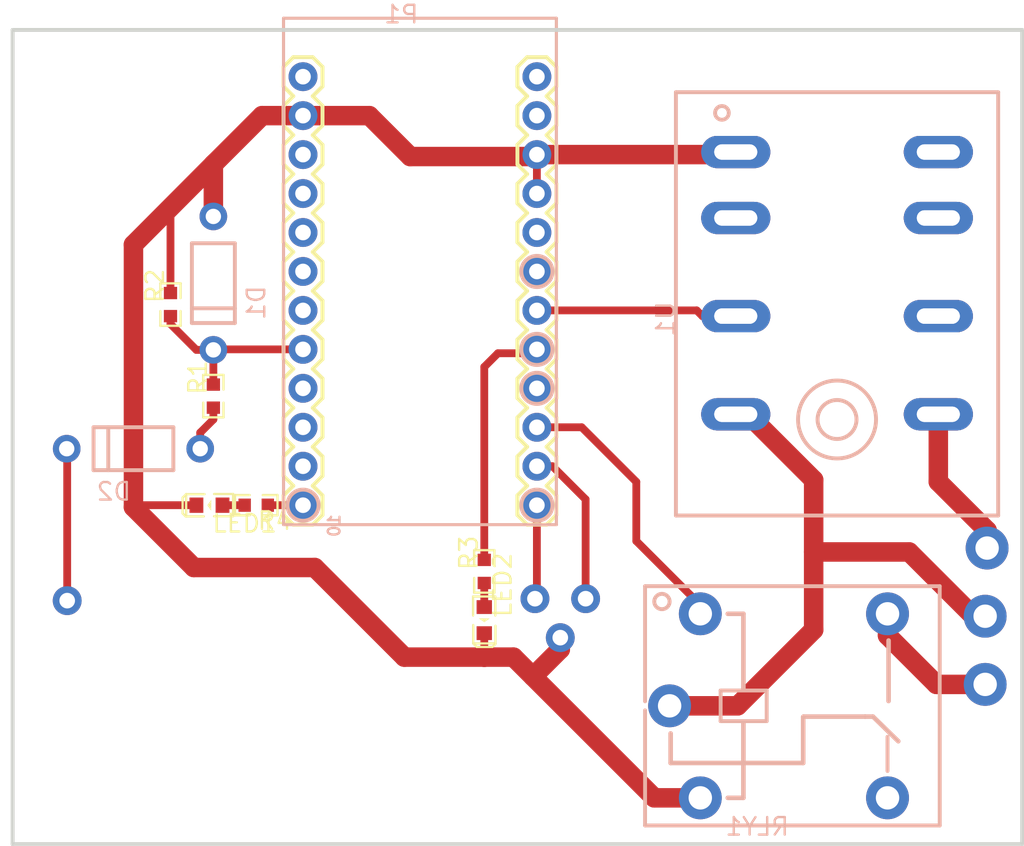
<source format=kicad_pcb>
(kicad_pcb (version 20221018) (generator pcbnew)
  (layers (0 "F.Cu" signal) (31 "B.Cu" signal) (34 "B.Paste" user) (35 "F.Paste" user) (36 "B.SilkS" user "B.Silkscreen") (37 "F.SilkS" user "F.Silkscreen") (38 "B.Mask" user) (39 "F.Mask" user) (44 "Edge.Cuts" user))
  (net 0 "")
  (net 1 "L")
  (net 2 "U1_3")
  (net 3 "GND")
  (net 4 "D2_2")
  (net 5 "D1_1")
  (net 6 "RLY1_1")
  (net 7 "R4_1")
  (net 8 "R")
  (net 9 "N")
  (net 10 "CHARGERLIVE")
  (net 11 "LED1_1")
  (net 12 "R3_2")
  (net 13 "LED2_1")
  (net 14 "+12V")
  (net 15 "G")
  (net 16 "+5V")
  (footprint "AutoGenerated:Pad_2.10mm" (layer "F.Cu") (at 77.728 33.519)
    (fp_text reference "" (at 0 0) (layer "F.SilkS") (effects (font (size 1.27 1.27))))
    (fp_text value "" (at 0 0) (layer "F.SilkS") (effects (font (size 1.27 1.27))))
    (pad "5" thru_hole oval (at 0 0 90) (size 2.1 4.5) (drill oval 1 2.8) (layers "*.Cu" "*.Paste" "*.Mask") (net 2 "U1_3"))
  )
  (footprint "easyeda:LED0603_RED" (layer "F.Cu") (at 61.341 53.34 -90)
    (fp_text reference "LED2" (at -0.1 -1.192 -90) (layer "F.SilkS") (effects (font (size 1.143 1.143) (thickness 0.152)) (justify left)))
    (fp_text value "LED-0603_R" hide)
    (fp_line (start -1.54 -0.72) (end -0.3 -0.72) (stroke (width 0.15)) (layer "F.SilkS"))
    (fp_line (start -1.54 0.73) (end -1.54 -0.72) (stroke (width 0.15)) (layer "F.SilkS"))
    (fp_line (start -0.3 0.73) (end -1.54 0.73) (stroke (width 0.15)) (layer "F.SilkS"))
    (fp_line (start 0.37 -0.73) (end 1.52 -0.73) (stroke (width 0.15)) (layer "F.SilkS"))
    (fp_line (start 1.52 -0.73) (end 1.52 0.72) (stroke (width 0.15)) (layer "F.SilkS"))
    (fp_line (start 1.52 -0.73) (end 1.55 -0.73) (stroke (width 0.15)) (layer "F.SilkS"))
    (fp_line (start 1.52 0.72) (end 0.32 0.72) (stroke (width 0.15)) (layer "F.SilkS"))
    (fp_line (start 1.55 -0.73) (end 1.75 -0.53) (stroke (width 0.15)) (layer "F.SilkS"))
    (fp_line (start 1.72 0.52) (end 1.52 0.72) (stroke (width 0.15)) (layer "F.SilkS"))
    (fp_line (start 1.75 -0.53) (end 1.75 0.49) (stroke (width 0.15)) (layer "F.SilkS"))
    (fp_line (start 1.75 0.49) (end 1.72 0.52) (stroke (width 0.15)) (layer "F.SilkS"))
    (fp_poly (pts (xy -0.11 -0.36) (xy -0.12 0.36) (xy 0.14 0)) (fill solid) (layer "F.SilkS"))
    (pad "1" smd rect (at -0.85 0 180) (size 1 0.9) (layers "F.Cu" "F.Paste" "F.Mask") (net 13 "LED2_1"))
    (pad "2" smd rect (at 0.85 0 180) (size 1 0.9) (layers "F.Cu" "F.Paste" "F.Mask") (net 3 "GND"))
  )
  (footprint "easyeda:DO-41_BD2.4-L4.7-P8.70-D0.9-RD" (layer "F.Cu") (at 43.688 31.369 -90)
    (fp_text reference "D1" (at 0.063 -2.794 -90) (layer "B.SilkS") (effects (font (size 1.143 1.143) (thickness 0.152)) (justify left mirror)))
    (fp_text value "5.1v" hide)
    (fp_line (start -2.6 -1.4) (end -2.6 1.4) (stroke (width 0.254)) (layer "B.SilkS"))
    (fp_line (start 1.641 -1.4) (end 1.641 1.4) (stroke (width 0.254)) (layer "B.SilkS"))
    (fp_line (start 2.6 -1.4) (end -2.6 -1.4) (stroke (width 0.254)) (layer "B.SilkS"))
    (fp_line (start 2.6 -1.4) (end 2.6 1.4) (stroke (width 0.254)) (layer "B.SilkS"))
    (fp_line (start 2.6 1.4) (end -2.6 1.4) (stroke (width 0.254)) (layer "B.SilkS"))
    (pad "1" thru_hole circle (at 4.35 0 270) (size 1.8 1.8) (drill 1) (layers "*.Cu" "*.Paste" "*.Mask") (net 5 "D1_1"))
    (pad "2" thru_hole circle (at -4.35 0 270) (size 1.8 1.8) (drill 1) (layers "*.Cu" "*.Paste" "*.Mask") (net 3 "GND"))
  )
  (footprint "easyeda:LED0603_RED" (layer "F.Cu") (at 43.434 45.847 180)
    (fp_text reference "LED1" (at -0.1 -1.192 180) (layer "F.SilkS") (effects (font (size 1.143 1.143) (thickness 0.152)) (justify left)))
    (fp_text value "LED-0603_R" hide)
    (fp_line (start -1.54 -0.72) (end -0.3 -0.72) (stroke (width 0.15)) (layer "F.SilkS"))
    (fp_line (start -1.54 0.73) (end -1.54 -0.72) (stroke (width 0.15)) (layer "F.SilkS"))
    (fp_line (start -0.3 0.73) (end -1.54 0.73) (stroke (width 0.15)) (layer "F.SilkS"))
    (fp_line (start 0.37 -0.73) (end 1.52 -0.73) (stroke (width 0.15)) (layer "F.SilkS"))
    (fp_line (start 1.52 -0.73) (end 1.52 0.72) (stroke (width 0.15)) (layer "F.SilkS"))
    (fp_line (start 1.52 -0.73) (end 1.55 -0.73) (stroke (width 0.15)) (layer "F.SilkS"))
    (fp_line (start 1.52 0.72) (end 0.32 0.72) (stroke (width 0.15)) (layer "F.SilkS"))
    (fp_line (start 1.55 -0.73) (end 1.75 -0.53) (stroke (width 0.15)) (layer "F.SilkS"))
    (fp_line (start 1.72 0.52) (end 1.52 0.72) (stroke (width 0.15)) (layer "F.SilkS"))
    (fp_line (start 1.75 -0.53) (end 1.75 0.49) (stroke (width 0.15)) (layer "F.SilkS"))
    (fp_line (start 1.75 0.49) (end 1.72 0.52) (stroke (width 0.15)) (layer "F.SilkS"))
    (fp_poly (pts (xy -0.11 -0.36) (xy -0.12 0.36) (xy 0.14 0)) (fill solid) (layer "F.SilkS"))
    (pad "1" smd rect (at -0.85 0 90) (size 1 0.9) (layers "F.Cu" "F.Paste" "F.Mask") (net 11 "LED1_1"))
    (pad "2" smd rect (at 0.85 0 90) (size 1 0.9) (layers "F.Cu" "F.Paste" "F.Mask") (net 3 "GND"))
  )
  (footprint "easyeda:PRO MICRO - 5V" (layer "F.Cu") (at 57.15 31.877)
    (fp_text reference "P1" (at 0 -18.034) (layer "B.SilkS") (effects (font (size 1.143 1.143) (thickness 0.152)) (justify left mirror)))
    (fp_text value "10" (at -5.588 14.478 90) (layer "B.SilkS") (effects (font (size 0.762 0.762) (thickness 0.152)) (justify left mirror)))
    (fp_line (start -8.89 -17.78) (end 8.89 -17.78) (stroke (width 0.203)) (layer "B.SilkS"))
    (fp_line (start -8.89 15.24) (end -8.89 -17.78) (stroke (width 0.203)) (layer "B.SilkS"))
    (fp_line (start 8.89 -17.78) (end 8.89 15.24) (stroke (width 0.203)) (layer "B.SilkS"))
    (fp_line (start 8.89 15.24) (end -8.89 15.24) (stroke (width 0.203)) (layer "B.SilkS"))
    (fp_circle (center -7.62 13.97) (end -6.604 13.97) (stroke (width 0.254)) (fill none) (layer "B.SilkS"))
    (fp_circle (center 7.62 -1.27) (end 8.636 -1.27) (stroke (width 0.254)) (fill none) (layer "B.SilkS"))
    (fp_circle (center 7.62 3.81) (end 8.636 3.81) (stroke (width 0.254)) (fill none) (layer "B.SilkS"))
    (fp_circle (center 7.62 6.35) (end 8.636 6.35) (stroke (width 0.254)) (fill none) (layer "B.SilkS"))
    (fp_circle (center 7.62 13.97) (end 8.636 13.97) (stroke (width 0.254)) (fill none) (layer "B.SilkS"))
    (fp_line (start -8.89 -14.605) (end -8.255 -15.24) (stroke (width 0.254)) (layer "F.SilkS"))
    (fp_line (start -8.89 -13.335) (end -8.89 -14.605) (stroke (width 0.254)) (layer "F.SilkS"))
    (fp_line (start -8.89 -12.065) (end -8.255 -12.7) (stroke (width 0.254)) (layer "F.SilkS"))
    (fp_line (start -8.89 -10.795) (end -8.89 -12.065) (stroke (width 0.254)) (layer "F.SilkS"))
    (fp_line (start -8.89 -9.525) (end -8.255 -10.16) (stroke (width 0.254)) (layer "F.SilkS"))
    (fp_line (start -8.89 -8.255) (end -8.89 -9.525) (stroke (width 0.254)) (layer "F.SilkS"))
    (fp_line (start -8.89 -6.985) (end -8.255 -7.62) (stroke (width 0.254)) (layer "F.SilkS"))
    (fp_line (start -8.89 -5.715) (end -8.89 -6.985) (stroke (width 0.254)) (layer "F.SilkS"))
    (fp_line (start -8.89 -4.445) (end -8.255 -5.08) (stroke (width 0.254)) (layer "F.SilkS"))
    (fp_line (start -8.89 -3.175) (end -8.89 -4.445) (stroke (width 0.254)) (layer "F.SilkS"))
    (fp_line (start -8.89 -1.905) (end -8.255 -2.54) (stroke (width 0.254)) (layer "F.SilkS"))
    (fp_line (start -8.89 -0.635) (end -8.89 -1.905) (stroke (width 0.254)) (layer "F.SilkS"))
    (fp_line (start -8.89 0.635) (end -8.255 0) (stroke (width 0.254)) (layer "F.SilkS"))
    (fp_line (start -8.89 1.905) (end -8.89 0.635) (stroke (width 0.254)) (layer "F.SilkS"))
    (fp_line (start -8.89 3.175) (end -8.255 2.54) (stroke (width 0.254)) (layer "F.SilkS"))
    (fp_line (start -8.89 4.445) (end -8.89 3.175) (stroke (width 0.254)) (layer "F.SilkS"))
    (fp_line (start -8.89 5.715) (end -8.255 5.08) (stroke (width 0.254)) (layer "F.SilkS"))
    (fp_line (start -8.89 6.985) (end -8.89 5.715) (stroke (width 0.254)) (layer "F.SilkS"))
    (fp_line (start -8.89 8.255) (end -8.255 7.62) (stroke (width 0.254)) (layer "F.SilkS"))
    (fp_line (start -8.89 9.525) (end -8.89 8.255) (stroke (width 0.254)) (layer "F.SilkS"))
    (fp_line (start -8.89 10.795) (end -8.255 10.16) (stroke (width 0.254)) (layer "F.SilkS"))
    (fp_line (start -8.89 12.065) (end -8.89 10.795) (stroke (width 0.254)) (layer "F.SilkS"))
    (fp_line (start -8.89 13.335) (end -8.255 12.7) (stroke (width 0.254)) (layer "F.SilkS"))
    (fp_line (start -8.89 14.605) (end -8.89 13.335) (stroke (width 0.254)) (layer "F.SilkS"))
    (fp_line (start -8.255 -15.24) (end -6.985 -15.24) (stroke (width 0.254)) (layer "F.SilkS"))
    (fp_line (start -8.255 -12.7) (end -8.89 -13.335) (stroke (width 0.254)) (layer "F.SilkS"))
    (fp_line (start -8.255 -10.16) (end -8.89 -10.795) (stroke (width 0.254)) (layer "F.SilkS"))
    (fp_line (start -8.255 -7.62) (end -8.89 -8.255) (stroke (width 0.254)) (layer "F.SilkS"))
    (fp_line (start -8.255 -5.08) (end -8.89 -5.715) (stroke (width 0.254)) (layer "F.SilkS"))
    (fp_line (start -8.255 -2.54) (end -8.89 -3.175) (stroke (width 0.254)) (layer "F.SilkS"))
    (fp_line (start -8.255 0) (end -8.89 -0.635) (stroke (width 0.254)) (layer "F.SilkS"))
    (fp_line (start -8.255 2.54) (end -8.89 1.905) (stroke (width 0.254)) (layer "F.SilkS"))
    (fp_line (start -8.255 5.08) (end -8.89 4.445) (stroke (width 0.254)) (layer "F.SilkS"))
    (fp_line (start -8.255 7.62) (end -8.89 6.985) (stroke (width 0.254)) (layer "F.SilkS"))
    (fp_line (start -8.255 10.16) (end -8.89 9.525) (stroke (width 0.254)) (layer "F.SilkS"))
    (fp_line (start -8.255 12.7) (end -8.89 12.065) (stroke (width 0.254)) (layer "F.SilkS"))
    (fp_line (start -8.255 15.24) (end -8.89 14.605) (stroke (width 0.254)) (layer "F.SilkS"))
    (fp_line (start -6.985 -15.24) (end -6.35 -14.605) (stroke (width 0.254)) (layer "F.SilkS"))
    (fp_line (start -6.985 -12.7) (end -6.35 -12.065) (stroke (width 0.254)) (layer "F.SilkS"))
    (fp_line (start -6.985 -10.16) (end -6.35 -9.525) (stroke (width 0.254)) (layer "F.SilkS"))
    (fp_line (start -6.985 -7.62) (end -6.35 -6.985) (stroke (width 0.254)) (layer "F.SilkS"))
    (fp_line (start -6.985 -5.08) (end -6.35 -4.445) (stroke (width 0.254)) (layer "F.SilkS"))
    (fp_line (start -6.985 -2.54) (end -6.35 -1.905) (stroke (width 0.254)) (layer "F.SilkS"))
    (fp_line (start -6.985 0) (end -6.35 0.635) (stroke (width 0.254)) (layer "F.SilkS"))
    (fp_line (start -6.985 2.54) (end -6.35 3.175) (stroke (width 0.254)) (layer "F.SilkS"))
    (fp_line (start -6.985 5.08) (end -6.35 5.715) (stroke (width 0.254)) (layer "F.SilkS"))
    (fp_line (start -6.985 7.62) (end -6.35 8.255) (stroke (width 0.254)) (layer "F.SilkS"))
    (fp_line (start -6.985 10.16) (end -6.35 10.795) (stroke (width 0.254)) (layer "F.SilkS"))
    (fp_line (start -6.985 12.7) (end -6.35 13.335) (stroke (width 0.254)) (layer "F.SilkS"))
    (fp_line (start -6.985 15.24) (end -8.255 15.24) (stroke (width 0.254)) (layer "F.SilkS"))
    (fp_line (start -6.35 -14.605) (end -6.35 -13.335) (stroke (width 0.254)) (layer "F.SilkS"))
    (fp_line (start -6.35 -13.335) (end -6.985 -12.7) (stroke (width 0.254)) (layer "F.SilkS"))
    (fp_line (start -6.35 -12.065) (end -6.35 -10.795) (stroke (width 0.254)) (layer "F.SilkS"))
    (fp_line (start -6.35 -10.795) (end -6.985 -10.16) (stroke (width 0.254)) (layer "F.SilkS"))
    (fp_line (start -6.35 -9.525) (end -6.35 -8.255) (stroke (width 0.254)) (layer "F.SilkS"))
    (fp_line (start -6.35 -8.255) (end -6.985 -7.62) (stroke (width 0.254)) (layer "F.SilkS"))
    (fp_line (start -6.35 -6.985) (end -6.35 -5.715) (stroke (width 0.254)) (layer "F.SilkS"))
    (fp_line (start -6.35 -5.715) (end -6.985 -5.08) (stroke (width 0.254)) (layer "F.SilkS"))
    (fp_line (start -6.35 -4.445) (end -6.35 -3.175) (stroke (width 0.254)) (layer "F.SilkS"))
    (fp_line (start -6.35 -3.175) (end -6.985 -2.54) (stroke (width 0.254)) (layer "F.SilkS"))
    (fp_line (start -6.35 -1.905) (end -6.35 -0.635) (stroke (width 0.254)) (layer "F.SilkS"))
    (fp_line (start -6.35 -0.635) (end -6.985 0) (stroke (width 0.254)) (layer "F.SilkS"))
    (fp_line (start -6.35 0.635) (end -6.35 1.905) (stroke (width 0.254)) (layer "F.SilkS"))
    (fp_line (start -6.35 1.905) (end -6.985 2.54) (stroke (width 0.254)) (layer "F.SilkS"))
    (fp_line (start -6.35 3.175) (end -6.35 4.445) (stroke (width 0.254)) (layer "F.SilkS"))
    (fp_line (start -6.35 4.445) (end -6.985 5.08) (stroke (width 0.254)) (layer "F.SilkS"))
    (fp_line (start -6.35 5.715) (end -6.35 6.985) (stroke (width 0.254)) (layer "F.SilkS"))
    (fp_line (start -6.35 6.985) (end -6.985 7.62) (stroke (width 0.254)) (layer "F.SilkS"))
    (fp_line (start -6.35 8.255) (end -6.35 9.525) (stroke (width 0.254)) (layer "F.SilkS"))
    (fp_line (start -6.35 9.525) (end -6.985 10.16) (stroke (width 0.254)) (layer "F.SilkS"))
    (fp_line (start -6.35 10.795) (end -6.35 12.065) (stroke (width 0.254)) (layer "F.SilkS"))
    (fp_line (start -6.35 12.065) (end -6.985 12.7) (stroke (width 0.254)) (layer "F.SilkS"))
    (fp_line (start -6.35 13.335) (end -6.35 14.605) (stroke (width 0.254)) (layer "F.SilkS"))
    (fp_line (start -6.35 14.605) (end -6.985 15.24) (stroke (width 0.254)) (layer "F.SilkS"))
    (fp_line (start 6.35 -14.605) (end 6.985 -15.24) (stroke (width 0.254)) (layer "F.SilkS"))
    (fp_line (start 6.35 -13.335) (end 6.35 -14.605) (stroke (width 0.254)) (layer "F.SilkS"))
    (fp_line (start 6.35 -12.065) (end 6.985 -12.7) (stroke (width 0.254)) (layer "F.SilkS"))
    (fp_line (start 6.35 -10.795) (end 6.35 -12.065) (stroke (width 0.254)) (layer "F.SilkS"))
    (fp_line (start 6.35 -9.525) (end 6.985 -10.16) (stroke (width 0.254)) (layer "F.SilkS"))
    (fp_line (start 6.35 -8.255) (end 6.35 -9.525) (stroke (width 0.254)) (layer "F.SilkS"))
    (fp_line (start 6.35 -6.985) (end 6.985 -7.62) (stroke (width 0.254)) (layer "F.SilkS"))
    (fp_line (start 6.35 -5.715) (end 6.35 -6.985) (stroke (width 0.254)) (layer "F.SilkS"))
    (fp_line (start 6.35 -4.445) (end 6.985 -5.08) (stroke (width 0.254)) (layer "F.SilkS"))
    (fp_line (start 6.35 -3.175) (end 6.35 -4.445) (stroke (width 0.254)) (layer "F.SilkS"))
    (fp_line (start 6.35 -1.905) (end 6.985 -2.54) (stroke (width 0.254)) (layer "F.SilkS"))
    (fp_line (start 6.35 -0.635) (end 6.35 -1.905) (stroke (width 0.254)) (layer "F.SilkS"))
    (fp_line (start 6.35 0.635) (end 6.985 0) (stroke (width 0.254)) (layer "F.SilkS"))
    (fp_line (start 6.35 1.905) (end 6.35 0.635) (stroke (width 0.254)) (layer "F.SilkS"))
    (fp_line (start 6.35 3.175) (end 6.985 2.54) (stroke (width 0.254)) (layer "F.SilkS"))
    (fp_line (start 6.35 4.445) (end 6.35 3.175) (stroke (width 0.254)) (layer "F.SilkS"))
    (fp_line (start 6.35 5.715) (end 6.985 5.08) (stroke (width 0.254)) (layer "F.SilkS"))
    (fp_line (start 6.35 6.985) (end 6.35 5.715) (stroke (width 0.254)) (layer "F.SilkS"))
    (fp_line (start 6.35 8.255) (end 6.985 7.62) (stroke (width 0.254)) (layer "F.SilkS"))
    (fp_line (start 6.35 9.525) (end 6.35 8.255) (stroke (width 0.254)) (layer "F.SilkS"))
    (fp_line (start 6.35 10.795) (end 6.985 10.16) (stroke (width 0.254)) (layer "F.SilkS"))
    (fp_line (start 6.35 12.065) (end 6.35 10.795) (stroke (width 0.254)) (layer "F.SilkS"))
    (fp_line (start 6.35 13.335) (end 6.985 12.7) (stroke (width 0.254)) (layer "F.SilkS"))
    (fp_line (start 6.35 14.605) (end 6.35 13.335) (stroke (width 0.254)) (layer "F.SilkS"))
    (fp_line (start 6.985 -15.24) (end 8.255 -15.24) (stroke (width 0.254)) (layer "F.SilkS"))
    (fp_line (start 6.985 -12.7) (end 6.35 -13.335) (stroke (width 0.254)) (layer "F.SilkS"))
    (fp_line (start 6.985 -10.16) (end 6.35 -10.795) (stroke (width 0.254)) (layer "F.SilkS"))
    (fp_line (start 6.985 -7.62) (end 6.35 -8.255) (stroke (width 0.254)) (layer "F.SilkS"))
    (fp_line (start 6.985 -5.08) (end 6.35 -5.715) (stroke (width 0.254)) (layer "F.SilkS"))
    (fp_line (start 6.985 -2.54) (end 6.35 -3.175) (stroke (width 0.254)) (layer "F.SilkS"))
    (fp_line (start 6.985 0) (end 6.35 -0.635) (stroke (width 0.254)) (layer "F.SilkS"))
    (fp_line (start 6.985 2.54) (end 6.35 1.905) (stroke (width 0.254)) (layer "F.SilkS"))
    (fp_line (start 6.985 5.08) (end 6.35 4.445) (stroke (width 0.254)) (layer "F.SilkS"))
    (fp_line (start 6.985 7.62) (end 6.35 6.985) (stroke (width 0.254)) (layer "F.SilkS"))
    (fp_line (start 6.985 10.16) (end 6.35 9.525) (stroke (width 0.254)) (layer "F.SilkS"))
    (fp_line (start 6.985 12.7) (end 6.35 12.065) (stroke (width 0.254)) (layer "F.SilkS"))
    (fp_line (start 6.985 15.24) (end 6.35 14.605) (stroke (width 0.254)) (layer "F.SilkS"))
    (fp_line (start 8.255 -15.24) (end 8.89 -14.605) (stroke (width 0.254)) (layer "F.SilkS"))
    (fp_line (start 8.255 -12.7) (end 8.89 -12.065) (stroke (width 0.254)) (layer "F.SilkS"))
    (fp_line (start 8.255 -10.16) (end 8.89 -9.525) (stroke (width 0.254)) (layer "F.SilkS"))
    (fp_line (start 8.255 -7.62) (end 8.89 -6.985) (stroke (width 0.254)) (layer "F.SilkS"))
    (fp_line (start 8.255 -5.08) (end 8.89 -4.445) (stroke (width 0.254)) (layer "F.SilkS"))
    (fp_line (start 8.255 -2.54) (end 8.89 -1.905) (stroke (width 0.254)) (layer "F.SilkS"))
    (fp_line (start 8.255 0) (end 8.89 0.635) (stroke (width 0.254)) (layer "F.SilkS"))
    (fp_line (start 8.255 2.54) (end 8.89 3.175) (stroke (width 0.254)) (layer "F.SilkS"))
    (fp_line (start 8.255 5.08) (end 8.89 5.715) (stroke (width 0.254)) (layer "F.SilkS"))
    (fp_line (start 8.255 7.62) (end 8.89 8.255) (stroke (width 0.254)) (layer "F.SilkS"))
    (fp_line (start 8.255 10.16) (end 8.89 10.795) (stroke (width 0.254)) (layer "F.SilkS"))
    (fp_line (start 8.255 12.7) (end 8.89 13.335) (stroke (width 0.254)) (layer "F.SilkS"))
    (fp_line (start 8.255 15.24) (end 6.985 15.24) (stroke (width 0.254)) (layer "F.SilkS"))
    (fp_line (start 8.89 -14.605) (end 8.89 -13.335) (stroke (width 0.254)) (layer "F.SilkS"))
    (fp_line (start 8.89 -13.335) (end 8.255 -12.7) (stroke (width 0.254)) (layer "F.SilkS"))
    (fp_line (start 8.89 -12.065) (end 8.89 -10.795) (stroke (width 0.254)) (layer "F.SilkS"))
    (fp_line (start 8.89 -10.795) (end 8.255 -10.16) (stroke (width 0.254)) (layer "F.SilkS"))
    (fp_line (start 8.89 -9.525) (end 8.89 -8.255) (stroke (width 0.254)) (layer "F.SilkS"))
    (fp_line (start 8.89 -8.255) (end 8.255 -7.62) (stroke (width 0.254)) (layer "F.SilkS"))
    (fp_line (start 8.89 -6.985) (end 8.89 -5.715) (stroke (width 0.254)) (layer "F.SilkS"))
    (fp_line (start 8.89 -5.715) (end 8.255 -5.08) (stroke (width 0.254)) (layer "F.SilkS"))
    (fp_line (start 8.89 -4.445) (end 8.89 -3.175) (stroke (width 0.254)) (layer "F.SilkS"))
    (fp_line (start 8.89 -3.175) (end 8.255 -2.54) (stroke (width 0.254)) (layer "F.SilkS"))
    (fp_line (start 8.89 -1.905) (end 8.89 -0.635) (stroke (width 0.254)) (layer "F.SilkS"))
    (fp_line (start 8.89 -0.635) (end 8.255 0) (stroke (width 0.254)) (layer "F.SilkS"))
    (fp_line (start 8.89 0.635) (end 8.89 1.905) (stroke (width 0.254)) (layer "F.SilkS"))
    (fp_line (start 8.89 1.905) (end 8.255 2.54) (stroke (width 0.254)) (layer "F.SilkS"))
    (fp_line (start 8.89 3.175) (end 8.89 4.445) (stroke (width 0.254)) (layer "F.SilkS"))
    (fp_line (start 8.89 4.445) (end 8.255 5.08) (stroke (width 0.254)) (layer "F.SilkS"))
    (fp_line (start 8.89 5.715) (end 8.89 6.985) (stroke (width 0.254)) (layer "F.SilkS"))
    (fp_line (start 8.89 6.985) (end 8.255 7.62) (stroke (width 0.254)) (layer "F.SilkS"))
    (fp_line (start 8.89 8.255) (end 8.89 9.525) (stroke (width 0.254)) (layer "F.SilkS"))
    (fp_line (start 8.89 9.525) (end 8.255 10.16) (stroke (width 0.254)) (layer "F.SilkS"))
    (fp_line (start 8.89 10.795) (end 8.89 12.065) (stroke (width 0.254)) (layer "F.SilkS"))
    (fp_line (start 8.89 12.065) (end 8.255 12.7) (stroke (width 0.254)) (layer "F.SilkS"))
    (fp_line (start 8.89 13.335) (end 8.89 14.605) (stroke (width 0.254)) (layer "F.SilkS"))
    (fp_line (start 8.89 14.605) (end 8.255 15.24) (stroke (width 0.254)) (layer "F.SilkS"))
    (pad "1" thru_hole circle (at 7.62 13.97) (size 1.88 1.88) (drill 1.016) (layers "*.Cu" "*.Paste" "*.Mask") (net 15 "G"))
    (pad "2" thru_hole circle (at 7.62 11.43) (size 1.88 1.88) (drill 1.016) (layers "*.Cu" "*.Paste" "*.Mask") (net 8 "R"))
    (pad "3" thru_hole circle (at 7.62 8.89) (size 1.88 1.88) (drill 1.016) (layers "*.Cu" "*.Paste" "*.Mask") (net 6 "RLY1_1"))
    (pad "4" thru_hole circle (at 7.62 6.35) (size 1.88 1.88) (drill 1.016) (layers "*.Cu" "*.Paste" "*.Mask"))
    (pad "5" thru_hole circle (at 7.62 3.81) (size 1.88 1.88) (drill 1.016) (layers "*.Cu" "*.Paste" "*.Mask") (net 12 "R3_2"))
    (pad "6" thru_hole circle (at 7.62 1.27) (size 1.88 1.88) (drill 1.016) (layers "*.Cu" "*.Paste" "*.Mask") (net 2 "U1_3"))
    (pad "7" thru_hole circle (at 7.62 -1.27) (size 1.88 1.88) (drill 1.016) (layers "*.Cu" "*.Paste" "*.Mask"))
    (pad "8" thru_hole circle (at 7.62 -3.81) (size 1.88 1.88) (drill 1.016) (layers "*.Cu" "*.Paste" "*.Mask"))
    (pad "9" thru_hole circle (at 7.62 -6.35) (size 1.88 1.88) (drill 1.016) (layers "*.Cu" "*.Paste" "*.Mask") (net 3 "GND"))
    (pad "10" thru_hole circle (at 7.62 -8.89) (size 1.88 1.88) (drill 1.016) (layers "*.Cu" "*.Paste" "*.Mask") (net 3 "GND"))
    (pad "11" thru_hole circle (at 7.62 -11.43) (size 1.88 1.88) (drill 1.016) (layers "*.Cu" "*.Paste" "*.Mask"))
    (pad "12" thru_hole circle (at 7.62 -13.97) (size 1.88 1.88) (drill 1.016) (layers "*.Cu" "*.Paste" "*.Mask"))
    (pad "13" thru_hole circle (at -7.62 -13.97 180) (size 1.88 1.88) (drill 1.016) (layers "*.Cu" "*.Paste" "*.Mask"))
    (pad "14" thru_hole circle (at -7.62 -11.43 180) (size 1.88 1.88) (drill 1.016) (layers "*.Cu" "*.Paste" "*.Mask") (net 3 "GND"))
    (pad "15" thru_hole circle (at -7.62 -8.89 180) (size 1.88 1.88) (drill 1.016) (layers "*.Cu" "*.Paste" "*.Mask"))
    (pad "16" thru_hole circle (at -7.62 -6.35 180) (size 1.88 1.88) (drill 1.016) (layers "*.Cu" "*.Paste" "*.Mask") (net 16 "+5V"))
    (pad "17" thru_hole circle (at -7.62 -3.81 180) (size 1.88 1.88) (drill 1.016) (layers "*.Cu" "*.Paste" "*.Mask"))
    (pad "18" thru_hole circle (at -7.62 -1.27 180) (size 1.88 1.88) (drill 1.016) (layers "*.Cu" "*.Paste" "*.Mask"))
    (pad "19" thru_hole circle (at -7.62 1.27 180) (size 1.88 1.88) (drill 1.016) (layers "*.Cu" "*.Paste" "*.Mask"))
    (pad "20" thru_hole circle (at -7.62 3.81 180) (size 1.88 1.88) (drill 1.016) (layers "*.Cu" "*.Paste" "*.Mask") (net 5 "D1_1"))
    (pad "21" thru_hole circle (at -7.62 6.35 180) (size 1.88 1.88) (drill 1.016) (layers "*.Cu" "*.Paste" "*.Mask"))
    (pad "22" thru_hole circle (at -7.62 8.89 180) (size 1.88 1.88) (drill 1.016) (layers "*.Cu" "*.Paste" "*.Mask"))
    (pad "23" thru_hole circle (at -7.62 11.43 180) (size 1.88 1.88) (drill 1.016) (layers "*.Cu" "*.Paste" "*.Mask"))
    (pad "24" thru_hole circle (at -7.62 13.97 180) (size 1.88 1.88) (drill 1.016) (layers "*.Cu" "*.Paste" "*.Mask") (net 7 "R4_1"))
  )
  (footprint "AutoGenerated:Pad_2.10mm" (layer "F.Cu") (at 77.728 39.919)
    (fp_text reference "" (at 0 0) (layer "F.SilkS") (effects (font (size 1.27 1.27))))
    (fp_text value "" (at 0 0) (layer "F.SilkS") (effects (font (size 1.27 1.27))))
    (pad "5" thru_hole oval (at 0 0 90) (size 2.1 4.5) (drill oval 1 2.8) (layers "*.Cu" "*.Paste" "*.Mask") (net 1 "L"))
  )
  (footprint "AutoGenerated:Pad_2.10mm" (layer "F.Cu") (at 90.928 27.119)
    (fp_text reference "" (at 0 0) (layer "F.SilkS") (effects (font (size 1.27 1.27))))
    (fp_text value "" (at 0 0) (layer "F.SilkS") (effects (font (size 1.27 1.27))))
    (pad "5" thru_hole oval (at 0 0 90) (size 2.1 4.5) (drill oval 1 2.8) (layers "*.Cu" "*.Paste" "*.Mask"))
  )
  (footprint "AutoGenerated:Pad_2.10mm" (layer "F.Cu") (at 77.728 27.119)
    (fp_text reference "" (at 0 0) (layer "F.SilkS") (effects (font (size 1.27 1.27))))
    (fp_text value "" (at 0 0) (layer "F.SilkS") (effects (font (size 1.27 1.27))))
    (pad "5" thru_hole oval (at 0 0 90) (size 2.1 4.5) (drill oval 1 2.8) (layers "*.Cu" "*.Paste" "*.Mask"))
  )
  (footprint "easyeda:R0603" (layer "F.Cu") (at 43.688 38.735 90)
    (fp_text reference "R1" (at 0 -1.016 90) (layer "F.SilkS") (effects (font (size 1.143 1.143) (thickness 0.152)) (justify left)))
    (fp_text value "1k" hide)
    (fp_line (start -1.385 -0.661) (end -0.426 -0.661) (stroke (width 0.152)) (layer "F.SilkS"))
    (fp_line (start -1.385 0.661) (end -1.385 -0.661) (stroke (width 0.152)) (layer "F.SilkS"))
    (fp_line (start -0.426 0.661) (end -1.385 0.661) (stroke (width 0.152)) (layer "F.SilkS"))
    (fp_line (start 0.426 0.661) (end 1.385 0.661) (stroke (width 0.152)) (layer "F.SilkS"))
    (fp_line (start 1.385 -0.661) (end 0.426 -0.661) (stroke (width 0.152)) (layer "F.SilkS"))
    (fp_line (start 1.385 0.661) (end 1.385 -0.661) (stroke (width 0.152)) (layer "F.SilkS"))
    (pad "1" smd rect (at -0.753 0 90) (size 0.806 0.864) (layers "F.Cu" "F.Paste" "F.Mask") (net 4 "D2_2"))
    (pad "2" smd rect (at 0.753 0 90) (size 0.806 0.864) (layers "F.Cu" "F.Paste" "F.Mask") (net 5 "D1_1"))
  )
  (footprint "easyeda:R0603" (layer "F.Cu") (at 46.482 45.847 180)
    (fp_text reference "R4" (at 0 -1.016 180) (layer "F.SilkS") (effects (font (size 1.143 1.143) (thickness 0.152)) (justify left)))
    (fp_text value "220" hide)
    (fp_line (start -1.385 -0.661) (end -0.426 -0.661) (stroke (width 0.152)) (layer "F.SilkS"))
    (fp_line (start -1.385 0.661) (end -1.385 -0.661) (stroke (width 0.152)) (layer "F.SilkS"))
    (fp_line (start -0.426 0.661) (end -1.385 0.661) (stroke (width 0.152)) (layer "F.SilkS"))
    (fp_line (start 0.426 0.661) (end 1.385 0.661) (stroke (width 0.152)) (layer "F.SilkS"))
    (fp_line (start 1.385 -0.661) (end 0.426 -0.661) (stroke (width 0.152)) (layer "F.SilkS"))
    (fp_line (start 1.385 0.661) (end 1.385 -0.661) (stroke (width 0.152)) (layer "F.SilkS"))
    (pad "1" smd rect (at -0.753 0 180) (size 0.806 0.864) (layers "F.Cu" "F.Paste" "F.Mask") (net 7 "R4_1"))
    (pad "2" smd rect (at 0.753 0 180) (size 0.806 0.864) (layers "F.Cu" "F.Paste" "F.Mask") (net 11 "LED1_1"))
  )
  (footprint "easyeda:R0603" (layer "F.Cu") (at 61.341 50.165 90)
    (fp_text reference "R3" (at 0 -1.016 90) (layer "F.SilkS") (effects (font (size 1.143 1.143) (thickness 0.152)) (justify left)))
    (fp_text value "220" hide)
    (fp_line (start -1.385 -0.661) (end -0.426 -0.661) (stroke (width 0.152)) (layer "F.SilkS"))
    (fp_line (start -1.385 0.661) (end -1.385 -0.661) (stroke (width 0.152)) (layer "F.SilkS"))
    (fp_line (start -0.426 0.661) (end -1.385 0.661) (stroke (width 0.152)) (layer "F.SilkS"))
    (fp_line (start 0.426 0.661) (end 1.385 0.661) (stroke (width 0.152)) (layer "F.SilkS"))
    (fp_line (start 1.385 -0.661) (end 0.426 -0.661) (stroke (width 0.152)) (layer "F.SilkS"))
    (fp_line (start 1.385 0.661) (end 1.385 -0.661) (stroke (width 0.152)) (layer "F.SilkS"))
    (pad "1" smd rect (at -0.753 0 90) (size 0.806 0.864) (layers "F.Cu" "F.Paste" "F.Mask") (net 13 "LED2_1"))
    (pad "2" smd rect (at 0.753 0 90) (size 0.806 0.864) (layers "F.Cu" "F.Paste" "F.Mask") (net 12 "R3_2"))
  )
  (footprint "easyeda:MY2P_HH52P" (layer "F.Cu") (at 84.328 31.369 90)
    (fp_text reference "U1" (at -1.096 -11.176 90) (layer "B.SilkS") (effects (font (size 1.143 1.143) (thickness 0.152)) (justify left mirror)))
    (fp_text value "MY2P_HH52P" hide)
    (fp_line (start -15.15 -10.5) (end 12.45 -10.5) (stroke (width 0.254)) (layer "B.SilkS"))
    (fp_line (start -15.15 10.5) (end -15.15 -10.5) (stroke (width 0.254)) (layer "B.SilkS"))
    (fp_line (start 12.45 -10.5) (end 12.45 10.5) (stroke (width 0.254)) (layer "B.SilkS"))
    (fp_line (start 12.45 10.5) (end -15.15 10.5) (stroke (width 0.254)) (layer "B.SilkS"))
    (fp_circle (center -8.89 0) (end -7.62 0) (stroke (width 0.254)) (fill none) (layer "B.SilkS"))
    (fp_circle (center -8.89 0) (end -6.35 0) (stroke (width 0.254)) (fill none) (layer "B.SilkS"))
    (fp_circle (center 11.1 -7.5) (end 11.547 -7.5) (stroke (width 0.254)) (fill none) (layer "B.SilkS"))
    (pad "1" thru_hole oval (at -8.55 -6.6 90) (size 2.1 4.5) (drill oval 1 2.8) (layers "*.Cu" "*.Paste" "*.Mask") (net 1 "L"))
    (pad "2" thru_hole oval (at -8.55 6.6 90) (size 2.1 4.5) (drill oval 1 2.8) (layers "*.Cu" "*.Paste" "*.Mask") (net 9 "N"))
    (pad "3" thru_hole oval (at -2.15 -6.6 90) (size 2.1 4.5) (drill oval 1 2.8) (layers "*.Cu" "*.Paste" "*.Mask") (net 2 "U1_3"))
    (pad "4" thru_hole oval (at 4.25 -6.6 90) (size 2.1 4.5) (drill oval 1 2.8) (layers "*.Cu" "*.Paste" "*.Mask"))
    (pad "5" thru_hole oval (at 8.55 -6.6 90) (size 2.1 4.5) (drill oval 1 2.8) (layers "*.Cu" "*.Paste" "*.Mask") (net 3 "GND"))
    (pad "6" thru_hole oval (at -2.15 6.6 90) (size 2.1 4.5) (drill oval 1 2.8) (layers "*.Cu" "*.Paste" "*.Mask"))
    (pad "7" thru_hole oval (at 4.25 6.6 90) (size 2.1 4.5) (drill oval 1 2.8) (layers "*.Cu" "*.Paste" "*.Mask"))
    (pad "8" thru_hole oval (at 8.55 6.6 90) (size 2.1 4.5) (drill oval 1 2.8) (layers "*.Cu" "*.Paste" "*.Mask"))
  )
  (footprint "AutoGenerated:Pad_2.10mm" (layer "F.Cu") (at 77.728 22.819)
    (fp_text reference "" (at 0 0) (layer "F.SilkS") (effects (font (size 1.27 1.27))))
    (fp_text value "" (at 0 0) (layer "F.SilkS") (effects (font (size 1.27 1.27))))
    (pad "5" thru_hole oval (at 0 0 90) (size 2.1 4.5) (drill oval 1 2.8) (layers "*.Cu" "*.Paste" "*.Mask") (net 3 "GND"))
  )
  (footprint "AutoGenerated:Pad_2.10mm" (layer "F.Cu") (at 90.928 39.919)
    (fp_text reference "" (at 0 0) (layer "F.SilkS") (effects (font (size 1.27 1.27))))
    (fp_text value "" (at 0 0) (layer "F.SilkS") (effects (font (size 1.27 1.27))))
    (pad "5" thru_hole oval (at 0 0 90) (size 2.1 4.5) (drill oval 1 2.8) (layers "*.Cu" "*.Paste" "*.Mask") (net 9 "N"))
  )
  (footprint "easyeda:DO-41_BD2.4-L4.7-P8.70-D0.9-RD" (layer "F.Cu") (at 38.481 42.164 180)
    (fp_text reference "D2" (at 0.064 -2.794 180) (layer "B.SilkS") (effects (font (size 1.143 1.143) (thickness 0.152)) (justify left mirror)))
    (fp_text value "10v" hide)
    (fp_line (start -2.6 -1.4) (end -2.6 1.4) (stroke (width 0.254)) (layer "B.SilkS"))
    (fp_line (start 1.641 -1.4) (end 1.641 1.4) (stroke (width 0.254)) (layer "B.SilkS"))
    (fp_line (start 2.6 -1.4) (end -2.6 -1.4) (stroke (width 0.254)) (layer "B.SilkS"))
    (fp_line (start 2.6 -1.4) (end 2.6 1.4) (stroke (width 0.254)) (layer "B.SilkS"))
    (fp_line (start 2.6 1.4) (end -2.6 1.4) (stroke (width 0.254)) (layer "B.SilkS"))
    (pad "1" thru_hole circle (at 4.35 0 180) (size 1.8 1.8) (drill 1) (layers "*.Cu" "*.Paste" "*.Mask") (net 14 "+12V"))
    (pad "2" thru_hole circle (at -4.35 0 180) (size 1.8 1.8) (drill 1) (layers "*.Cu" "*.Paste" "*.Mask") (net 4 "D2_2"))
  )
  (footprint "easyeda:RELAY-TH_SRD-XXVDC-XL-C" (layer "F.Cu") (at 80.518 58.928 180)
    (fp_text reference "RLY1" (at -0.773 -7.874 180) (layer "B.SilkS") (effects (font (size 1.143 1.143) (thickness 0.152)) (justify left mirror)))
    (fp_text value "SRD-05VDC-SL-C" hide)
    (fp_line (start -10.501 -7.8) (end 8.699 -7.8) (stroke (width 0.254)) (layer "B.SilkS"))
    (fp_line (start -10.501 7.8) (end -10.501 -7.8) (stroke (width 0.254)) (layer "B.SilkS"))
    (fp_line (start -10.501 7.8) (end 8.699 7.8) (stroke (width 0.254)) (layer "B.SilkS"))
    (fp_line (start -7.168 4.257) (end -7.168 0.312) (stroke (width 0.3)) (layer "B.SilkS"))
    (fp_line (start -7.099 -4.247) (end -7.099 -2.019) (stroke (width 0.254)) (layer "B.SilkS"))
    (fp_line (start -6.15 -0.701) (end -7.801 -2.309) (stroke (width 0.3)) (layer "B.SilkS"))
    (fp_line (start -5.644 -0.703) (end -6.152 -0.703) (stroke (width 0.3)) (layer "B.SilkS"))
    (fp_line (start -1.628 -0.703) (end -5.644 -0.703) (stroke (width 0.3)) (layer "B.SilkS"))
    (fp_line (start -1.604 -3.727) (end -1.604 -0.727) (stroke (width 0.3)) (layer "B.SilkS"))
    (fp_line (start -1.604 -0.727) (end -1.628 -0.703) (stroke (width 0.3)) (layer "B.SilkS"))
    (fp_line (start 0.775 -1) (end 0.775 1) (stroke (width 0.254)) (layer "B.SilkS"))
    (fp_line (start 0.775 1) (end 3.775 1) (stroke (width 0.254)) (layer "B.SilkS"))
    (fp_line (start 2.292 -6) (end 3.31 -6) (stroke (width 0.3)) (layer "B.SilkS"))
    (fp_line (start 2.292 -1.051) (end 2.292 -6) (stroke (width 0.3)) (layer "B.SilkS"))
    (fp_line (start 2.292 6) (end 2.292 1.051) (stroke (width 0.3)) (layer "B.SilkS"))
    (fp_line (start 2.292 6) (end 3.31 6) (stroke (width 0.3)) (layer "B.SilkS"))
    (fp_line (start 3.775 -1) (end 0.775 -1) (stroke (width 0.254)) (layer "B.SilkS"))
    (fp_line (start 3.775 1) (end 3.775 -1) (stroke (width 0.254)) (layer "B.SilkS"))
    (fp_line (start 7.032 -3.727) (end -1.604 -3.727) (stroke (width 0.3)) (layer "B.SilkS"))
    (fp_line (start 7.032 -1.8) (end 7.032 -3.727) (stroke (width 0.3)) (layer "B.SilkS"))
    (fp_line (start 8.699 -7.8) (end 8.699 -0.295) (stroke (width 0.254)) (layer "B.SilkS"))
    (fp_line (start 8.699 0.295) (end 8.699 7.8) (stroke (width 0.254)) (layer "B.SilkS"))
    (fp_circle (center 7.6 6.8) (end 8.1 6.8) (stroke (width 0.254)) (fill none) (layer "B.SilkS"))
    (pad "1" thru_hole circle (at 5.1 6) (size 2.794 2.794) (drill 1.524) (layers "*.Cu" "*.Paste" "*.Mask") (net 6 "RLY1_1"))
    (pad "2" thru_hole circle (at -7.1 5.999) (size 2.794 2.794) (drill 1.524) (layers "*.Cu" "*.Paste" "*.Mask") (net 10 "CHARGERLIVE"))
    (pad "3" thru_hole circle (at -7.1 -5.999) (size 2.794 2.794) (drill 1.524) (layers "*.Cu" "*.Paste" "*.Mask"))
    (pad "4" thru_hole circle (at 5.1 -6) (size 2.794 2.794) (drill 1.524) (layers "*.Cu" "*.Paste" "*.Mask") (net 3 "GND"))
    (pad "5" thru_hole circle (at 7.1 0) (size 2.794 2.794) (drill 1.524) (layers "*.Cu" "*.Paste" "*.Mask") (net 1 "L"))
  )
  (footprint "easyeda:R0603" (layer "F.Cu") (at 40.894 32.766 90)
    (fp_text reference "R2" (at 0 -1.016 90) (layer "F.SilkS") (effects (font (size 1.143 1.143) (thickness 0.152)) (justify left)))
    (fp_text value "100k" hide)
    (fp_line (start -1.385 -0.661) (end -0.426 -0.661) (stroke (width 0.152)) (layer "F.SilkS"))
    (fp_line (start -1.385 0.661) (end -1.385 -0.661) (stroke (width 0.152)) (layer "F.SilkS"))
    (fp_line (start -0.426 0.661) (end -1.385 0.661) (stroke (width 0.152)) (layer "F.SilkS"))
    (fp_line (start 0.426 0.661) (end 1.385 0.661) (stroke (width 0.152)) (layer "F.SilkS"))
    (fp_line (start 1.385 -0.661) (end 0.426 -0.661) (stroke (width 0.152)) (layer "F.SilkS"))
    (fp_line (start 1.385 0.661) (end 1.385 -0.661) (stroke (width 0.152)) (layer "F.SilkS"))
    (pad "1" smd rect (at -0.753 0 90) (size 0.806 0.864) (layers "F.Cu" "F.Paste" "F.Mask") (net 5 "D1_1"))
    (pad "2" smd rect (at 0.753 0 90) (size 0.806 0.864) (layers "F.Cu" "F.Paste" "F.Mask") (net 3 "GND"))
  )
  (footprint "AutoGenerated:Pad_2.10mm" (layer "F.Cu") (at 90.928 33.519)
    (fp_text reference "" (at 0 0) (layer "F.SilkS") (effects (font (size 1.27 1.27))))
    (fp_text value "" (at 0 0) (layer "F.SilkS") (effects (font (size 1.27 1.27))))
    (pad "5" thru_hole oval (at 0 0 90) (size 2.1 4.5) (drill oval 1 2.8) (layers "*.Cu" "*.Paste" "*.Mask"))
  )
  (footprint "AutoGenerated:Pad_2.10mm" (layer "F.Cu") (at 90.928 22.819)
    (fp_text reference "" (at 0 0) (layer "F.SilkS") (effects (font (size 1.27 1.27))))
    (fp_text value "" (at 0 0) (layer "F.SilkS") (effects (font (size 1.27 1.27))))
    (pad "5" thru_hole oval (at 0 0 90) (size 2.1 4.5) (drill oval 1 2.8) (layers "*.Cu" "*.Paste" "*.Mask"))
  )
  (gr_line (start 96.393 67.945) (end 30.607 67.945) (stroke (width 0.254)) (layer "Edge.Cuts"))
  (gr_line (start 96.393 14.859) (end 96.393 67.945) (stroke (width 0.254)) (layer "Edge.Cuts"))
  (gr_line (start 30.607 14.859) (end 96.393 14.859) (stroke (width 0.254)) (layer "Edge.Cuts"))
  (gr_line (start 30.607 67.945) (end 30.607 14.859) (stroke (width 0.254)) (layer "Edge.Cuts"))
  (segment (start 82.804 53.975) (end 77.851 58.928) (width 1.27) (layer "F.Cu") (net 1))
  (segment (start 77.728 39.919) (end 78.527 39.919) (width 1.27) (layer "F.Cu") (net 1))
  (segment (start 82.804 48.895) (end 89.027 48.895) (width 1.27) (layer "F.Cu") (net 1))
  (segment (start 93.218 53.086) (end 93.98 53.086) (width 1.27) (layer "F.Cu") (net 1))
  (segment (start 77.851 58.928) (end 73.418 58.928) (width 1.27) (layer "F.Cu") (net 1))
  (segment (start 78.527 39.919) (end 82.804 44.196) (width 1.27) (layer "F.Cu") (net 1))
  (segment (start 82.804 44.196) (end 82.804 53.975) (width 1.27) (layer "F.Cu") (net 1))
  (segment (start 89.027 48.895) (end 93.218 53.086) (width 1.27) (layer "F.Cu") (net 1))
  (via (at 93.98 53.086) (size 2.794) (drill 1.524) (layers "F.Cu" "B.Cu") (net 1))
  (segment (start 75.184 33.147) (end 75.556 33.519) (width 0.508) (layer "F.Cu") (net 2))
  (segment (start 75.556 33.519) (end 77.728 33.519) (width 0.508) (layer "F.Cu") (net 2))
  (segment (start 64.77 33.147) (end 75.184 33.147) (width 0.508) (layer "F.Cu") (net 2))
  (segment (start 56.134 55.753) (end 50.292 49.911) (width 1.27) (layer "F.Cu") (net 3))
  (segment (start 64.77 22.987) (end 77.597 22.987) (width 1.27) (layer "F.Cu") (net 3))
  (segment (start 38.608 45.847) (end 38.481 45.974) (width 0.508) (layer "F.Cu") (net 3))
  (segment (start 61.341 55.753) (end 61.341 55.753) (width 1.27) (layer "F.Cu") (net 3))
  (segment (start 77.597 22.987) (end 77.724 22.86) (width 1.27) (layer "F.Cu") (net 3))
  (segment (start 61.341 55.753) (end 61.341 55.753) (width 1.27) (layer "F.Cu") (net 3))
  (segment (start 61.341 55.753) (end 56.134 55.753) (width 1.27) (layer "F.Cu") (net 3))
  (segment (start 42.584 45.847) (end 38.608 45.847) (width 0.508) (layer "F.Cu") (net 3))
  (segment (start 42.418 49.911) (end 38.481 45.974) (width 1.27) (layer "F.Cu") (net 3))
  (segment (start 43.688 23.622) (end 43.688 27.019) (width 1.27) (layer "F.Cu") (net 3))
  (segment (start 56.515 23.114) (end 64.643 23.114) (width 1.27) (layer "F.Cu") (net 3))
  (segment (start 66.294 55.245) (end 66.294 54.483) (width 1.27) (layer "F.Cu") (net 3))
  (segment (start 38.481 28.854) (end 38.481 45.974) (width 1.27) (layer "F.Cu") (net 3))
  (segment (start 64.516 57.023) (end 66.294 55.245) (width 1.27) (layer "F.Cu") (net 3))
  (segment (start 63.246 55.753) (end 72.42 64.927) (width 1.27) (layer "F.Cu") (net 3))
  (segment (start 43.815 23.495) (end 38.481 28.854) (width 1.27) (layer "F.Cu") (net 3))
  (segment (start 46.863 20.447) (end 43.688 23.622) (width 1.27) (layer "F.Cu") (net 3))
  (segment (start 72.42 64.927) (end 75.418 64.927) (width 1.27) (layer "F.Cu") (net 3))
  (segment (start 53.848 20.447) (end 56.515 23.114) (width 1.27) (layer "F.Cu") (net 3))
  (segment (start 77.724 22.86) (end 77.728 22.856) (width 1.27) (layer "F.Cu") (net 3))
  (segment (start 40.894 32.013) (end 40.894 26.416) (width 0.508) (layer "F.Cu") (net 3))
  (segment (start 50.292 49.911) (end 42.418 49.911) (width 1.27) (layer "F.Cu") (net 3))
  (segment (start 77.728 22.856) (end 77.728 22.819) (width 1.27) (layer "F.Cu") (net 3))
  (segment (start 61.341 54.102) (end 61.341 55.88) (width 0.508) (layer "F.Cu") (net 3))
  (segment (start 40.894 26.416) (end 41.148 26.162) (width 0.508) (layer "F.Cu") (net 3))
  (segment (start 64.77 25.527) (end 64.643 25.654) (width 0.508) (layer "F.Cu") (net 3))
  (segment (start 49.53 20.447) (end 46.863 20.447) (width 1.27) (layer "F.Cu") (net 3))
  (segment (start 64.77 22.987) (end 64.77 25.527) (width 0.508) (layer "F.Cu") (net 3))
  (segment (start 49.53 20.447) (end 53.848 20.447) (width 1.27) (layer "F.Cu") (net 3))
  (segment (start 61.341 55.753) (end 63.246 55.753) (width 1.27) (layer "F.Cu") (net 3))
  (via (at 66.294 54.483) (size 1.88) (drill 1.016) (layers "F.Cu" "B.Cu") (net 3))
  (segment (start 42.831 41.116) (end 42.831 42.164) (width 0.508) (layer "F.Cu") (net 4))
  (segment (start 43.688 40.259) (end 42.831 41.116) (width 0.508) (layer "F.Cu") (net 4))
  (segment (start 43.688 39.488) (end 43.688 40.259) (width 0.508) (layer "F.Cu") (net 4))
  (segment (start 42.578 35.72) (end 43.688 35.72) (width 0.508) (layer "F.Cu") (net 5))
  (segment (start 43.688 35.719) (end 43.688 37.982) (width 0.508) (layer "F.Cu") (net 5))
  (segment (start 49.53 35.687) (end 43.688 35.687) (width 0.508) (layer "F.Cu") (net 5))
  (segment (start 40.894 33.52) (end 40.894 34.036) (width 0.508) (layer "F.Cu") (net 5))
  (segment (start 43.688 35.687) (end 43.688 35.719) (width 0.508) (layer "F.Cu") (net 5))
  (segment (start 40.894 34.036) (end 42.578 35.72) (width 0.508) (layer "F.Cu") (net 5))
  (segment (start 75.418 52.354) (end 75.418 52.929) (width 0.508) (layer "F.Cu") (net 6))
  (segment (start 71.247 44.323) (end 71.247 48.184) (width 0.508) (layer "F.Cu") (net 6))
  (segment (start 67.691 40.767) (end 71.247 44.323) (width 0.508) (layer "F.Cu") (net 6))
  (segment (start 71.247 48.184) (end 75.418 52.354) (width 0.508) (layer "F.Cu") (net 6))
  (segment (start 64.77 40.767) (end 67.691 40.767) (width 0.508) (layer "F.Cu") (net 6))
  (segment (start 47.235 45.847) (end 49.53 45.847) (width 0.508) (layer "F.Cu") (net 7))
  (segment (start 64.77 43.307) (end 65.786 43.307) (width 0.508) (layer "F.Cu") (net 8))
  (segment (start 67.945 45.466) (end 67.945 51.943) (width 0.508) (layer "F.Cu") (net 8))
  (segment (start 65.786 43.307) (end 67.945 45.466) (width 0.508) (layer "F.Cu") (net 8))
  (via (at 67.945 51.943) (size 1.88) (drill 1.016) (layers "F.Cu" "B.Cu") (net 8))
  (segment (start 90.928 44.319) (end 94.107 47.498) (width 1.27) (layer "F.Cu") (net 9))
  (segment (start 90.928 39.919) (end 90.928 44.319) (width 1.27) (layer "F.Cu") (net 9))
  (segment (start 94.107 47.498) (end 94.107 48.641) (width 1.27) (layer "F.Cu") (net 9))
  (via (at 94.107 48.641) (size 2.794) (drill 1.524) (layers "F.Cu" "B.Cu") (net 9))
  (segment (start 90.805 57.531) (end 93.98 57.531) (width 1.27) (layer "F.Cu") (net 10))
  (segment (start 87.618 54.344) (end 90.805 57.531) (width 1.27) (layer "F.Cu") (net 10))
  (segment (start 87.618 52.929) (end 87.618 54.344) (width 1.27) (layer "F.Cu") (net 10))
  (via (at 93.98 57.531) (size 2.794) (drill 1.524) (layers "F.Cu" "B.Cu") (net 10))
  (segment (start 44.284 45.847) (end 45.729 45.847) (width 0.508) (layer "F.Cu") (net 11))
  (segment (start 61.341 49.412) (end 61.341 36.83) (width 0.508) (layer "F.Cu") (net 12))
  (segment (start 61.341 36.83) (end 62.23 35.941) (width 0.508) (layer "F.Cu") (net 12))
  (segment (start 64.516 35.941) (end 64.77 35.687) (width 0.508) (layer "F.Cu") (net 12))
  (segment (start 62.23 35.941) (end 64.516 35.941) (width 0.508) (layer "F.Cu") (net 12))
  (segment (start 61.341 50.918) (end 61.341 52.49) (width 0.508) (layer "F.Cu") (net 13))
  (segment (start 34.131 42.164) (end 34.163 42.196) (width 0.508) (layer "F.Cu") (net 14))
  (segment (start 34.163 42.196) (end 34.163 52.07) (width 0.508) (layer "F.Cu") (net 14))
  (via (at 34.163 52.07) (size 1.88) (drill 1.016) (layers "F.Cu" "B.Cu") (net 14))
  (segment (start 64.77 51.816) (end 64.643 51.943) (width 0.508) (layer "F.Cu") (net 15))
  (segment (start 64.77 45.847) (end 64.77 51.816) (width 0.508) (layer "F.Cu") (net 15))
  (via (at 64.643 51.943) (size 1.88) (drill 1.016) (layers "F.Cu" "B.Cu") (net 15))
)
</source>
